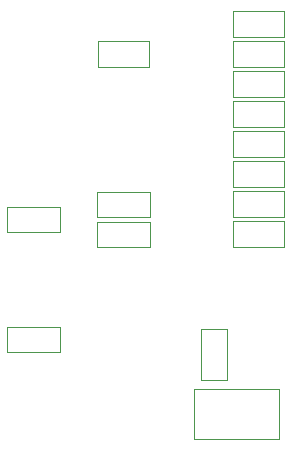
<source format=gbr>
G04 #@! TF.FileFunction,Other,User*
%FSLAX46Y46*%
G04 Gerber Fmt 4.6, Leading zero omitted, Abs format (unit mm)*
G04 Created by KiCad (PCBNEW 4.0.7) date 12/12/18 08:31:08*
%MOMM*%
%LPD*%
G01*
G04 APERTURE LIST*
%ADD10C,0.100000*%
%ADD11C,0.050000*%
G04 APERTURE END LIST*
D10*
D11*
X136180000Y-91220000D02*
X140680000Y-91220000D01*
X136180000Y-91220000D02*
X136180000Y-89120000D01*
X140680000Y-89120000D02*
X140680000Y-91220000D01*
X140680000Y-89120000D02*
X136180000Y-89120000D01*
X148300000Y-90390000D02*
X143800000Y-90390000D01*
X148300000Y-90390000D02*
X148300000Y-92490000D01*
X143800000Y-92490000D02*
X143800000Y-90390000D01*
X143800000Y-92490000D02*
X148300000Y-92490000D01*
X136180000Y-101380000D02*
X140680000Y-101380000D01*
X136180000Y-101380000D02*
X136180000Y-99280000D01*
X140680000Y-99280000D02*
X140680000Y-101380000D01*
X140680000Y-99280000D02*
X136180000Y-99280000D01*
X143800000Y-89950000D02*
X148300000Y-89950000D01*
X143800000Y-89950000D02*
X143800000Y-87850000D01*
X148300000Y-87850000D02*
X148300000Y-89950000D01*
X148300000Y-87850000D02*
X143800000Y-87850000D01*
X148200000Y-75090000D02*
X143900000Y-75090000D01*
X148200000Y-75090000D02*
X148200000Y-77300000D01*
X143900000Y-77300000D02*
X143900000Y-75090000D01*
X143900000Y-77300000D02*
X148200000Y-77300000D01*
X154780000Y-103750000D02*
X154780000Y-99450000D01*
X154780000Y-103750000D02*
X152570000Y-103750000D01*
X152570000Y-99450000D02*
X154780000Y-99450000D01*
X152570000Y-99450000D02*
X152570000Y-103750000D01*
X159630000Y-72550000D02*
X155330000Y-72550000D01*
X159630000Y-72550000D02*
X159630000Y-74760000D01*
X155330000Y-74760000D02*
X155330000Y-72550000D01*
X155330000Y-74760000D02*
X159630000Y-74760000D01*
X159630000Y-75090000D02*
X155330000Y-75090000D01*
X159630000Y-75090000D02*
X159630000Y-77300000D01*
X155330000Y-77300000D02*
X155330000Y-75090000D01*
X155330000Y-77300000D02*
X159630000Y-77300000D01*
X159630000Y-77630000D02*
X155330000Y-77630000D01*
X159630000Y-77630000D02*
X159630000Y-79840000D01*
X155330000Y-79840000D02*
X155330000Y-77630000D01*
X155330000Y-79840000D02*
X159630000Y-79840000D01*
X159630000Y-80170000D02*
X155330000Y-80170000D01*
X159630000Y-80170000D02*
X159630000Y-82380000D01*
X155330000Y-82380000D02*
X155330000Y-80170000D01*
X155330000Y-82380000D02*
X159630000Y-82380000D01*
X159630000Y-82710000D02*
X155330000Y-82710000D01*
X159630000Y-82710000D02*
X159630000Y-84920000D01*
X155330000Y-84920000D02*
X155330000Y-82710000D01*
X155330000Y-84920000D02*
X159630000Y-84920000D01*
X159630000Y-85250000D02*
X155330000Y-85250000D01*
X159630000Y-85250000D02*
X159630000Y-87460000D01*
X155330000Y-87460000D02*
X155330000Y-85250000D01*
X155330000Y-87460000D02*
X159630000Y-87460000D01*
X159630000Y-87790000D02*
X155330000Y-87790000D01*
X159630000Y-87790000D02*
X159630000Y-90000000D01*
X155330000Y-90000000D02*
X155330000Y-87790000D01*
X155330000Y-90000000D02*
X159630000Y-90000000D01*
X159630000Y-90330000D02*
X155330000Y-90330000D01*
X159630000Y-90330000D02*
X159630000Y-92540000D01*
X155330000Y-92540000D02*
X155330000Y-90330000D01*
X155330000Y-92540000D02*
X159630000Y-92540000D01*
X159185000Y-104580000D02*
X151965000Y-104580000D01*
X151965000Y-104580000D02*
X151965000Y-108780000D01*
X151965000Y-108780000D02*
X159185000Y-108780000D01*
X159185000Y-108780000D02*
X159185000Y-104580000D01*
M02*

</source>
